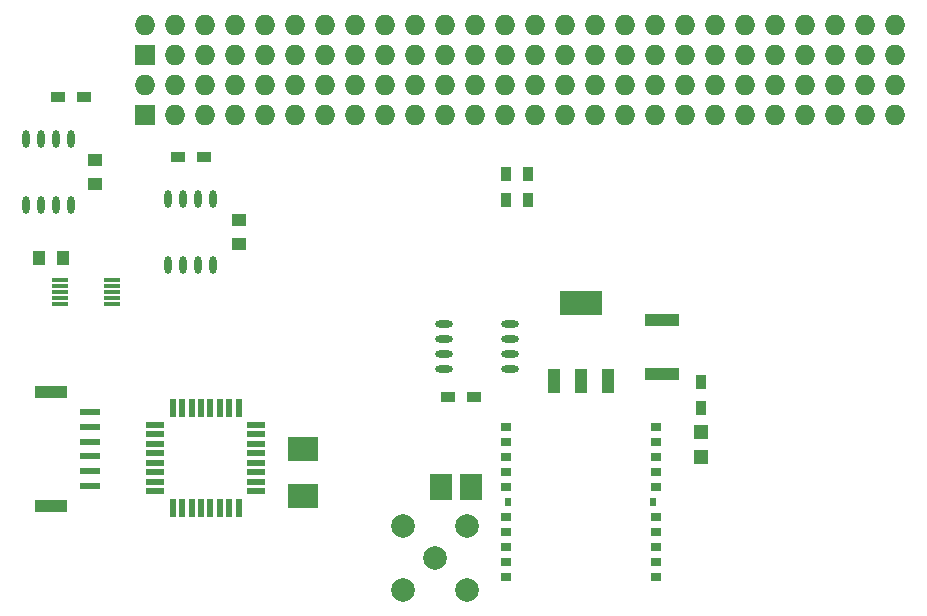
<source format=gts>
G04 #@! TF.FileFunction,Soldermask,Top*
%FSLAX46Y46*%
G04 Gerber Fmt 4.6, Leading zero omitted, Abs format (unit mm)*
G04 Created by KiCad (PCBNEW 4.0.4-stable) date 10/19/16 10:10:24*
%MOMM*%
%LPD*%
G01*
G04 APERTURE LIST*
%ADD10C,0.100000*%
%ADD11R,1.727200X1.727200*%
%ADD12O,1.727200X1.727200*%
%ADD13R,1.400000X0.300000*%
%ADD14C,1.998980*%
%ADD15R,1.825000X2.200000*%
%ADD16R,1.600000X0.550000*%
%ADD17R,0.550000X1.600000*%
%ADD18R,3.000000X1.000000*%
%ADD19R,1.200000X0.900000*%
%ADD20O,1.473200X0.609600*%
%ADD21R,3.657600X2.032000*%
%ADD22R,1.016000X2.032000*%
%ADD23R,0.500000X0.700000*%
%ADD24R,0.920000X0.700000*%
%ADD25O,0.609600X1.473200*%
%ADD26R,1.800000X0.600000*%
%ADD27R,2.800000X1.000000*%
%ADD28R,2.500000X2.000000*%
%ADD29R,0.900000X1.200000*%
%ADD30R,1.198880X1.198880*%
%ADD31R,1.250000X1.000000*%
%ADD32R,1.000000X1.250000*%
G04 APERTURE END LIST*
D10*
D11*
X78650000Y-64990000D03*
D12*
X78650000Y-62450000D03*
X81190000Y-64990000D03*
X81190000Y-62450000D03*
X83730000Y-64990000D03*
X83730000Y-62450000D03*
X86270000Y-64990000D03*
X86270000Y-62450000D03*
X88810000Y-64990000D03*
X88810000Y-62450000D03*
X91350000Y-64990000D03*
X91350000Y-62450000D03*
X93890000Y-64990000D03*
X93890000Y-62450000D03*
X96430000Y-64990000D03*
X96430000Y-62450000D03*
X98970000Y-64990000D03*
X98970000Y-62450000D03*
X101510000Y-64990000D03*
X101510000Y-62450000D03*
X104050000Y-64990000D03*
X104050000Y-62450000D03*
X106590000Y-64990000D03*
X106590000Y-62450000D03*
X109130000Y-64990000D03*
X109130000Y-62450000D03*
X111670000Y-64990000D03*
X111670000Y-62450000D03*
X114210000Y-64990000D03*
X114210000Y-62450000D03*
X116750000Y-64990000D03*
X116750000Y-62450000D03*
X119290000Y-64990000D03*
X119290000Y-62450000D03*
X121830000Y-64990000D03*
X121830000Y-62450000D03*
X124370000Y-64990000D03*
X124370000Y-62450000D03*
X126910000Y-64990000D03*
X126910000Y-62450000D03*
X129450000Y-64990000D03*
X129450000Y-62450000D03*
X131990000Y-64990000D03*
X131990000Y-62450000D03*
X134530000Y-64990000D03*
X134530000Y-62450000D03*
X137070000Y-64990000D03*
X137070000Y-62450000D03*
X139610000Y-64990000D03*
X139610000Y-62450000D03*
X142150000Y-64990000D03*
X142150000Y-62450000D03*
D13*
X71460000Y-79010000D03*
X71460000Y-79510000D03*
X71460000Y-80010000D03*
X71460000Y-80510000D03*
X71460000Y-81010000D03*
X75860000Y-81010000D03*
X75860000Y-80510000D03*
X75860000Y-80010000D03*
X75860000Y-79510000D03*
X75860000Y-79010000D03*
D14*
X103251000Y-102489000D03*
X100550980Y-105189020D03*
X105951020Y-105189020D03*
X105951020Y-99788980D03*
X100550980Y-99788980D03*
D15*
X103741500Y-96520000D03*
X106316500Y-96520000D03*
D16*
X79570000Y-91250000D03*
X79570000Y-92050000D03*
X79570000Y-92850000D03*
X79570000Y-93650000D03*
X79570000Y-94450000D03*
X79570000Y-95250000D03*
X79570000Y-96050000D03*
X79570000Y-96850000D03*
D17*
X81020000Y-98300000D03*
X81820000Y-98300000D03*
X82620000Y-98300000D03*
X83420000Y-98300000D03*
X84220000Y-98300000D03*
X85020000Y-98300000D03*
X85820000Y-98300000D03*
X86620000Y-98300000D03*
D16*
X88070000Y-96850000D03*
X88070000Y-96050000D03*
X88070000Y-95250000D03*
X88070000Y-94450000D03*
X88070000Y-93650000D03*
X88070000Y-92850000D03*
X88070000Y-92050000D03*
X88070000Y-91250000D03*
D17*
X86620000Y-89800000D03*
X85820000Y-89800000D03*
X85020000Y-89800000D03*
X84220000Y-89800000D03*
X83420000Y-89800000D03*
X82620000Y-89800000D03*
X81820000Y-89800000D03*
X81020000Y-89800000D03*
D11*
X78650000Y-59910000D03*
D12*
X78650000Y-57370000D03*
X81190000Y-59910000D03*
X81190000Y-57370000D03*
X83730000Y-59910000D03*
X83730000Y-57370000D03*
X86270000Y-59910000D03*
X86270000Y-57370000D03*
X88810000Y-59910000D03*
X88810000Y-57370000D03*
X91350000Y-59910000D03*
X91350000Y-57370000D03*
X93890000Y-59910000D03*
X93890000Y-57370000D03*
X96430000Y-59910000D03*
X96430000Y-57370000D03*
X98970000Y-59910000D03*
X98970000Y-57370000D03*
X101510000Y-59910000D03*
X101510000Y-57370000D03*
X104050000Y-59910000D03*
X104050000Y-57370000D03*
X106590000Y-59910000D03*
X106590000Y-57370000D03*
X109130000Y-59910000D03*
X109130000Y-57370000D03*
X111670000Y-59910000D03*
X111670000Y-57370000D03*
X114210000Y-59910000D03*
X114210000Y-57370000D03*
X116750000Y-59910000D03*
X116750000Y-57370000D03*
X119290000Y-59910000D03*
X119290000Y-57370000D03*
X121830000Y-59910000D03*
X121830000Y-57370000D03*
X124370000Y-59910000D03*
X124370000Y-57370000D03*
X126910000Y-59910000D03*
X126910000Y-57370000D03*
X129450000Y-59910000D03*
X129450000Y-57370000D03*
X131990000Y-59910000D03*
X131990000Y-57370000D03*
X134530000Y-59910000D03*
X134530000Y-57370000D03*
X137070000Y-59910000D03*
X137070000Y-57370000D03*
X139610000Y-59910000D03*
X139610000Y-57370000D03*
X142150000Y-59910000D03*
X142150000Y-57370000D03*
D18*
X122428000Y-82347596D03*
X122428000Y-86947596D03*
D19*
X104310000Y-88900000D03*
X106510000Y-88900000D03*
D20*
X103971822Y-82742596D03*
X103971822Y-84012596D03*
X103971822Y-85282596D03*
X103971822Y-86552596D03*
X109559822Y-86552596D03*
X109559822Y-85282596D03*
X109559822Y-84012596D03*
X109559822Y-82742596D03*
D21*
X115570000Y-80899000D03*
D22*
X115570000Y-87503000D03*
X117856000Y-87503000D03*
X113284000Y-87503000D03*
D23*
X121720000Y-97790000D03*
X109420000Y-97790000D03*
D24*
X109220000Y-99060000D03*
X109220000Y-104140000D03*
X109220000Y-102870000D03*
X109220000Y-101600000D03*
X109220000Y-100330000D03*
X109220000Y-92710000D03*
X109220000Y-93980000D03*
X109220000Y-95250000D03*
X109220000Y-96520000D03*
X109220000Y-91440000D03*
X121920000Y-91440000D03*
X121920000Y-96520000D03*
X121920000Y-95250000D03*
X121920000Y-93980000D03*
X121920000Y-92710000D03*
X121920000Y-100330000D03*
X121920000Y-101600000D03*
X121920000Y-102870000D03*
X121920000Y-104140000D03*
X121920000Y-99060000D03*
D25*
X80645000Y-77724000D03*
X81915000Y-77724000D03*
X83185000Y-77724000D03*
X84455000Y-77724000D03*
X84455000Y-72136000D03*
X83185000Y-72136000D03*
X81915000Y-72136000D03*
X80645000Y-72136000D03*
X68580000Y-72644000D03*
X69850000Y-72644000D03*
X71120000Y-72644000D03*
X72390000Y-72644000D03*
X72390000Y-67056000D03*
X71120000Y-67056000D03*
X69850000Y-67056000D03*
X68580000Y-67056000D03*
D26*
X74065000Y-90170000D03*
X74065000Y-91420000D03*
X74065000Y-92670000D03*
X74065000Y-93920000D03*
X74065000Y-95170000D03*
X74065000Y-96420000D03*
D27*
X70715000Y-98145000D03*
X70715000Y-88445000D03*
D28*
X92075000Y-97250000D03*
X92075000Y-93250000D03*
D29*
X125730000Y-89830000D03*
X125730000Y-87630000D03*
D19*
X83650000Y-68580000D03*
X81450000Y-68580000D03*
X73490000Y-63500000D03*
X71290000Y-63500000D03*
D29*
X109220000Y-72220000D03*
X109220000Y-70020000D03*
X111125000Y-72220000D03*
X111125000Y-70020000D03*
D30*
X125730000Y-93980000D03*
X125730000Y-91881960D03*
D31*
X74422000Y-70850000D03*
X74422000Y-68850000D03*
X86614000Y-75930000D03*
X86614000Y-73930000D03*
D32*
X71739000Y-77089000D03*
X69739000Y-77089000D03*
M02*

</source>
